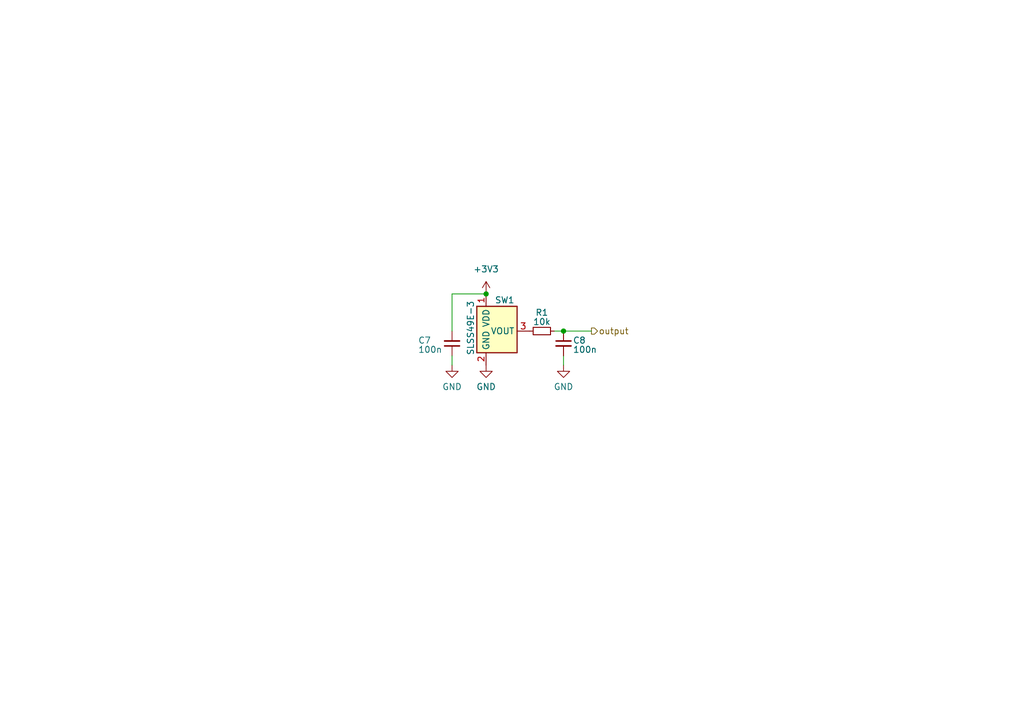
<source format=kicad_sch>
(kicad_sch (version 20231120) (generator "eeschema") (generator_version "8.0")
  (paper "A5")
  (title_block (title "MoonBoard"))
  (lib_symbols
    (symbol "Device:C_Small" (pin_numbers hide) (pin_names (offset 0.254) hide)
      (property "Reference" "C" (at 0.254 1.778 0))
      (property "Value" "C_Small" (at 0.254 -2.032 0))
      (symbol "C_Small_0_1"
        (polyline (pts (xy -1.524 -0.508) (xy 1.524 -0.508)) (stroke (width 0.3302)))
        (polyline (pts (xy -1.524 0.508) (xy 1.524 0.508)) (stroke (width 0.3048)))
      )
      (symbol "C_Small_1_1"
        (pin passive line (at 0 2.54 270) (length 2.032) (name "~") (number "1"))
        (pin passive line (at 0 -2.54 90) (length 2.032) (name "~") (number "2"))
      )
    )
    (symbol "Device:R_Small" (pin_numbers hide) (pin_names (offset 0.254) hide)
      (property "Reference" "R" (at 0.762 0.508 0))
      (property "Value" "R_Small" (at 0.762 -1.016 0))
      (symbol "R_Small_0_1"
        (rectangle (start -0.762 1.778) (end 0.762 -1.778) (stroke (width 0.2032)))
      )
      (symbol "R_Small_1_1"
        (pin passive line (at 0 2.54 270) (length 0.762) (name "~") (number "1"))
        (pin passive line (at 0 -2.54 90) (length 0.762) (name "~") (number "2"))
      )
    )
    (symbol "MoonBoard:SLSS49E-3_with_switch"
      (property "Reference" "HALL" (at 0.635 6.35 0))
      (property "Value" "SLSS49E-3" (at -5.08 0.635 90))
      (symbol "SLSS49E-3_with_switch_0_1"
        (rectangle (start -3.81 5.08) (end 4.445 -4.445) (stroke (width 0.254)) (fill (type background)))
      )
      (symbol "SLSS49E-3_with_switch_1_1"
        (pin power_in line (at -1.905 7.62 270) (length 2.54) (name "VDD") (number "1"))
        (pin power_in line (at -1.905 -6.985 90) (length 2.54) (name "GND") (number "2"))
        (pin output line (at 6.985 0 180) (length 2.54) (name "VOUT") (number "3"))
      )
    )
    (symbol "power:+3V3" (power) (pin_names (offset 0))
      (property "Value" "+3V3" (at 0 3.556 0))
      (symbol "+3V3_0_1"
        (polyline (pts (xy -0.762 1.27) (xy 0 2.54)))
        (polyline (pts (xy 0 0) (xy 0 2.54)))
        (polyline (pts (xy 0 2.54) (xy 0.762 1.27)))
      )
      (symbol "+3V3_1_1"
        (pin power_in line (at 0 0 90) (length 0) hide (name "+3V3") (number "1"))
      )
    )
    (symbol "power:GND" (power) (pin_names (offset 0))
      (property "Value" "GND" (at 0 -3.81 0))
      (symbol "GND_0_1"
        (polyline (pts (xy 0 0) (xy 0 -1.27) (xy 1.27 -1.27) (xy 0 -2.54) (xy -1.27 -1.27) (xy 0 -1.27)))
      )
      (symbol "GND_1_1"
        (pin power_in line (at 0 0 270) (length 0) hide (name "GND") (number "1"))
      )
    )
  )
  (junction (at 99.695 60.325))
  (junction (at 115.57 67.945))
  (wire (pts (xy 92.71 73.025) (xy 92.71 74.93)))
  (wire (pts (xy 113.665 67.945) (xy 115.57 67.945)))
  (wire (pts (xy 92.71 67.945) (xy 92.71 60.325)))
  (wire (pts (xy 115.57 67.945) (xy 121.285 67.945)))
  (wire (pts (xy 92.71 60.325) (xy 99.695 60.325)))
  (wire (pts (xy 115.57 73.025) (xy 115.57 74.93)))
  (hierarchical_label "output" (shape output) (at 121.285 67.945 0))
  (symbol (lib_id "power:GND") (at 99.695 74.93 0) (unit 1)
    (property "Reference" "#PWR017" (effects (hide yes)))
    (property "Value" "GND" (at 99.695 79.375 0))
    (instances (project "Erebus" (path "" (reference "#PWR017") (unit 1)) (path "" (reference "#PWR021") (unit 1)) (path "" (reference "#PWR025") (unit 1)) (path "" (reference "#PWR029") (unit 1)) (path "" (reference "#PWR033") (unit 1)) (path "" (reference "#PWR037") (unit 1)) (path "" (reference "#PWR041") (unit 1)) (path "" (reference "#PWR045") (unit 1)) (path "" (reference "#PWR049") (unit 1)) (path "" (reference "#PWR053") (unit 1)) (path "" (reference "#PWR057") (unit 1)) (path "" (reference "#PWR061") (unit 1)) (path "" (reference "#PWR065") (unit 1)) (path "" (reference "#PWR069") (unit 1)) (path "" (reference "#PWR073") (unit 1)) (path "" (reference "#PWR077") (unit 1)) (path "" (reference "#PWR081") (unit 1)) (path "" (reference "#PWR085") (unit 1)) (path "" (reference "#PWR089") (unit 1)) (path "" (reference "#PWR093") (unit 1)) (path "" (reference "#PWR097") (unit 1)) (path "" (reference "#PWR0101") (unit 1)) (path "" (reference "#PWR0105") (unit 1)) (path "" (reference "#PWR0109") (unit 1)) (path "" (reference "#PWR0113") (unit 1)) (path "" (reference "#PWR0117") (unit 1)) (path "" (reference "#PWR0121") (unit 1)) (path "" (reference "#PWR0125") (unit 1)) (path "" (reference "#PWR0129") (unit 1)) (path "" (reference "#PWR0133") (unit 1)) (path "" (reference "#PWR0137") (unit 1)) (path "" (reference "#PWR0141") (unit 1)) (path "" (reference "#PWR0145") (unit 1)) (path "" (reference "#PWR0149") (unit 1)) (path "" (reference "#PWR0153") (unit 1)) (path "" (reference "#PWR0157") (unit 1)) (path "" (reference "#PWR0161") (unit 1)) (path "" (reference "#PWR0165") (unit 1)) (path "" (reference "#PWR0169") (unit 1)) (path "" (reference "#PWR0173") (unit 1)) (path "" (reference "#PWR0177") (unit 1)) (path "" (reference "#PWR0181") (unit 1)) (path "" (reference "#PWR0185") (unit 1)) (path "" (reference "#PWR0189") (unit 1)) (path "" (reference "#PWR0193") (unit 1)) (path "" (reference "#PWR0197") (unit 1)) (path "" (reference "#PWR0201") (unit 1)) (path "" (reference "#PWR0205") (unit 1)) (path "" (reference "#PWR0209") (unit 1)) (path "" (reference "#PWR0213") (unit 1)) (path "" (reference "#PWR0217") (unit 1)) (path "" (reference "#PWR0221") (unit 1)) (path "" (reference "#PWR0225") (unit 1)) (path "" (reference "#PWR0229") (unit 1)) (path "" (reference "#PWR0233") (unit 1)) (path "" (reference "#PWR0237") (unit 1)) (path "" (reference "#PWR0241") (unit 1)) (path "" (reference "#PWR0245") (unit 1)) (path "" (reference "#PWR0249") (unit 1)) (path "" (reference "#PWR0253") (unit 1)) (path "" (reference "#PWR0257") (unit 1)) (path "" (reference "#PWR0261") (unit 1)) (path "" (reference "#PWR0265") (unit 1)) (path "" (reference "#PWR0269") (unit 1)) (path "" (reference "#PWR0273") (unit 1)) (path "" (reference "#PWR0277") (unit 1)) (path "" (reference "#PWR0281") (unit 1)) (path "" (reference "#PWR0285") (unit 1)) (path "" (reference "#PWR0289") (unit 1)) (path "" (reference "#PWR0293") (unit 1)) (path "" (reference "#PWR0297") (unit 1)) (path "" (reference "#PWR0301") (unit 1)) (path "" (reference "#PWR0305") (unit 1)) (path "" (reference "#PWR0309") (unit 1)) (path "" (reference "#PWR0313") (unit 1)) (path "" (reference "#PWR0317") (unit 1)) (path "" (reference "#PWR0321") (unit 1)) (path "" (reference "#PWR0325") (unit 1)) (path "" (reference "#PWR0329") (unit 1)) (path "" (reference "#PWR0333") (unit 1)) (path "" (reference "#PWR0337") (unit 1))))
  )
  (symbol (lib_id "power:GND") (at 92.71 74.93 0) (unit 1)
    (property "Reference" "#PWR016" (effects (hide yes)))
    (property "Value" "GND" (at 92.71 79.375 0))
    (instances (project "Erebus" (path "" (reference "#PWR016") (unit 1)) (path "" (reference "#PWR020") (unit 1)) (path "" (reference "#PWR024") (unit 1)) (path "" (reference "#PWR028") (unit 1)) (path "" (reference "#PWR032") (unit 1)) (path "" (reference "#PWR036") (unit 1)) (path "" (reference "#PWR040") (unit 1)) (path "" (reference "#PWR044") (unit 1)) (path "" (reference "#PWR048") (unit 1)) (path "" (reference "#PWR052") (unit 1)) (path "" (reference "#PWR056") (unit 1)) (path "" (reference "#PWR060") (unit 1)) (path "" (reference "#PWR064") (unit 1)) (path "" (reference "#PWR068") (unit 1)) (path "" (reference "#PWR072") (unit 1)) (path "" (reference "#PWR076") (unit 1)) (path "" (reference "#PWR080") (unit 1)) (path "" (reference "#PWR084") (unit 1)) (path "" (reference "#PWR088") (unit 1)) (path "" (reference "#PWR092") (unit 1)) (path "" (reference "#PWR096") (unit 1)) (path "" (reference "#PWR0100") (unit 1)) (path "" (reference "#PWR0104") (unit 1)) (path "" (reference "#PWR0108") (unit 1)) (path "" (reference "#PWR0112") (unit 1)) (path "" (reference "#PWR0116") (unit 1)) (path "" (reference "#PWR0120") (unit 1)) (path "" (reference "#PWR0124") (unit 1)) (path "" (reference "#PWR0128") (unit 1)) (path "" (reference "#PWR0132") (unit 1)) (path "" (reference "#PWR0136") (unit 1)) (path "" (reference "#PWR0140") (unit 1)) (path "" (reference "#PWR0144") (unit 1)) (path "" (reference "#PWR0148") (unit 1)) (path "" (reference "#PWR0152") (unit 1)) (path "" (reference "#PWR0156") (unit 1)) (path "" (reference "#PWR0160") (unit 1)) (path "" (reference "#PWR0164") (unit 1)) (path "" (reference "#PWR0168") (unit 1)) (path "" (reference "#PWR0172") (unit 1)) (path "" (reference "#PWR0176") (unit 1)) (path "" (reference "#PWR0180") (unit 1)) (path "" (reference "#PWR0184") (unit 1)) (path "" (reference "#PWR0188") (unit 1)) (path "" (reference "#PWR0192") (unit 1)) (path "" (reference "#PWR0196") (unit 1)) (path "" (reference "#PWR0200") (unit 1)) (path "" (reference "#PWR0204") (unit 1)) (path "" (reference "#PWR0208") (unit 1)) (path "" (reference "#PWR0212") (unit 1)) (path "" (reference "#PWR0216") (unit 1)) (path "" (reference "#PWR0220") (unit 1)) (path "" (reference "#PWR0224") (unit 1)) (path "" (reference "#PWR0228") (unit 1)) (path "" (reference "#PWR0232") (unit 1)) (path "" (reference "#PWR0236") (unit 1)) (path "" (reference "#PWR0240") (unit 1)) (path "" (reference "#PWR0244") (unit 1)) (path "" (reference "#PWR0248") (unit 1)) (path "" (reference "#PWR0252") (unit 1)) (path "" (reference "#PWR0256") (unit 1)) (path "" (reference "#PWR0260") (unit 1)) (path "" (reference "#PWR0264") (unit 1)) (path "" (reference "#PWR0268") (unit 1)) (path "" (reference "#PWR0272") (unit 1)) (path "" (reference "#PWR0276") (unit 1)) (path "" (reference "#PWR0280") (unit 1)) (path "" (reference "#PWR0284") (unit 1)) (path "" (reference "#PWR0288") (unit 1)) (path "" (reference "#PWR0292") (unit 1)) (path "" (reference "#PWR0296") (unit 1)) (path "" (reference "#PWR0300") (unit 1)) (path "" (reference "#PWR0304") (unit 1)) (path "" (reference "#PWR0308") (unit 1)) (path "" (reference "#PWR0312") (unit 1)) (path "" (reference "#PWR0316") (unit 1)) (path "" (reference "#PWR0320") (unit 1)) (path "" (reference "#PWR0324") (unit 1)) (path "" (reference "#PWR0328") (unit 1)) (path "" (reference "#PWR0332") (unit 1)) (path "" (reference "#PWR0336") (unit 1))))
  )
  (symbol (lib_id "power:+3V3") (at 99.695 60.325 0) (unit 1)
    (property "Reference" "#PWR015" (effects (hide yes)))
    (property "Value" "+3V3" (at 99.695 55.245 0))
    (instances (project "Erebus" (path "" (reference "#PWR015") (unit 1)) (path "" (reference "#PWR019") (unit 1)) (path "" (reference "#PWR023") (unit 1)) (path "" (reference "#PWR027") (unit 1)) (path "" (reference "#PWR031") (unit 1)) (path "" (reference "#PWR035") (unit 1)) (path "" (reference "#PWR039") (unit 1)) (path "" (reference "#PWR043") (unit 1)) (path "" (reference "#PWR047") (unit 1)) (path "" (reference "#PWR051") (unit 1)) (path "" (reference "#PWR055") (unit 1)) (path "" (reference "#PWR059") (unit 1)) (path "" (reference "#PWR063") (unit 1)) (path "" (reference "#PWR067") (unit 1)) (path "" (reference "#PWR071") (unit 1)) (path "" (reference "#PWR075") (unit 1)) (path "" (reference "#PWR079") (unit 1)) (path "" (reference "#PWR083") (unit 1)) (path "" (reference "#PWR087") (unit 1)) (path "" (reference "#PWR091") (unit 1)) (path "" (reference "#PWR095") (unit 1)) (path "" (reference "#PWR099") (unit 1)) (path "" (reference "#PWR0103") (unit 1)) (path "" (reference "#PWR0107") (unit 1)) (path "" (reference "#PWR0111") (unit 1)) (path "" (reference "#PWR0115") (unit 1)) (path "" (reference "#PWR0119") (unit 1)) (path "" (reference "#PWR0123") (unit 1)) (path "" (reference "#PWR0127") (unit 1)) (path "" (reference "#PWR0131") (unit 1)) (path "" (reference "#PWR0135") (unit 1)) (path "" (reference "#PWR0139") (unit 1)) (path "" (reference "#PWR0143") (unit 1)) (path "" (reference "#PWR0147") (unit 1)) (path "" (reference "#PWR0151") (unit 1)) (path "" (reference "#PWR0155") (unit 1)) (path "" (reference "#PWR0159") (unit 1)) (path "" (reference "#PWR0163") (unit 1)) (path "" (reference "#PWR0167") (unit 1)) (path "" (reference "#PWR0171") (unit 1)) (path "" (reference "#PWR0175") (unit 1)) (path "" (reference "#PWR0179") (unit 1)) (path "" (reference "#PWR0183") (unit 1)) (path "" (reference "#PWR0187") (unit 1)) (path "" (reference "#PWR0191") (unit 1)) (path "" (reference "#PWR0195") (unit 1)) (path "" (reference "#PWR0199") (unit 1)) (path "" (reference "#PWR0203") (unit 1)) (path "" (reference "#PWR0207") (unit 1)) (path "" (reference "#PWR0211") (unit 1)) (path "" (reference "#PWR0215") (unit 1)) (path "" (reference "#PWR0219") (unit 1)) (path "" (reference "#PWR0223") (unit 1)) (path "" (reference "#PWR0227") (unit 1)) (path "" (reference "#PWR0231") (unit 1)) (path "" (reference "#PWR0235") (unit 1)) (path "" (reference "#PWR0239") (unit 1)) (path "" (reference "#PWR0243") (unit 1)) (path "" (reference "#PWR0247") (unit 1)) (path "" (reference "#PWR0251") (unit 1)) (path "" (reference "#PWR0255") (unit 1)) (path "" (reference "#PWR0259") (unit 1)) (path "" (reference "#PWR0263") (unit 1)) (path "" (reference "#PWR0267") (unit 1)) (path "" (reference "#PWR0271") (unit 1)) (path "" (reference "#PWR0275") (unit 1)) (path "" (reference "#PWR0279") (unit 1)) (path "" (reference "#PWR0283") (unit 1)) (path "" (reference "#PWR0287") (unit 1)) (path "" (reference "#PWR0291") (unit 1)) (path "" (reference "#PWR0295") (unit 1)) (path "" (reference "#PWR0299") (unit 1)) (path "" (reference "#PWR0303") (unit 1)) (path "" (reference "#PWR0307") (unit 1)) (path "" (reference "#PWR0311") (unit 1)) (path "" (reference "#PWR0315") (unit 1)) (path "" (reference "#PWR0319") (unit 1)) (path "" (reference "#PWR0323") (unit 1)) (path "" (reference "#PWR0327") (unit 1)) (path "" (reference "#PWR0331") (unit 1)) (path "" (reference "#PWR0335") (unit 1))))
  )
  (symbol (lib_id "Device:C_Small") (at 115.57 70.485 0) (unit 1)
    (property "Reference" "C8" (at 117.475 69.85 0) (effects (justify left)))
    (property "Value" "100n" (at 117.475 71.755 0) (effects (justify left)))
    (property "Footprint" "Capacitor_SMD:C_0402_1005Metric" (effects (hide yes)))
    (instances (project "Erebus" (path "" (reference "C8") (unit 1)) (path "" (reference "C10") (unit 1)) (path "" (reference "C12") (unit 1)) (path "" (reference "C14") (unit 1)) (path "" (reference "C16") (unit 1)) (path "" (reference "C18") (unit 1)) (path "" (reference "C20") (unit 1)) (path "" (reference "C22") (unit 1)) (path "" (reference "C24") (unit 1)) (path "" (reference "C26") (unit 1)) (path "" (reference "C28") (unit 1)) (path "" (reference "C30") (unit 1)) (path "" (reference "C32") (unit 1)) (path "" (reference "C34") (unit 1)) (path "" (reference "C36") (unit 1)) (path "" (reference "C38") (unit 1)) (path "" (reference "C40") (unit 1)) (path "" (reference "C42") (unit 1)) (path "" (reference "C44") (unit 1)) (path "" (reference "C46") (unit 1)) (path "" (reference "C48") (unit 1)) (path "" (reference "C50") (unit 1)) (path "" (reference "C52") (unit 1)) (path "" (reference "C54") (unit 1)) (path "" (reference "C56") (unit 1)) (path "" (reference "C58") (unit 1)) (path "" (reference "C60") (unit 1)) (path "" (reference "C62") (unit 1)) (path "" (reference "C64") (unit 1)) (path "" (reference "C66") (unit 1)) (path "" (reference "C68") (unit 1)) (path "" (reference "C70") (unit 1)) (path "" (reference "C72") (unit 1)) (path "" (reference "C74") (unit 1)) (path "" (reference "C76") (unit 1)) (path "" (reference "C78") (unit 1)) (path "" (reference "C80") (unit 1)) (path "" (reference "C82") (unit 1)) (path "" (reference "C84") (unit 1)) (path "" (reference "C86") (unit 1)) (path "" (reference "C88") (unit 1)) (path "" (reference "C90") (unit 1)) (path "" (reference "C92") (unit 1)) (path "" (reference "C94") (unit 1)) (path "" (reference "C96") (unit 1)) (path "" (reference "C98") (unit 1)) (path "" (reference "C100") (unit 1)) (path "" (reference "C102") (unit 1)) (path "" (reference "C104") (unit 1)) (path "" (reference "C106") (unit 1)) (path "" (reference "C108") (unit 1)) (path "" (reference "C110") (unit 1)) (path "" (reference "C112") (unit 1)) (path "" (reference "C114") (unit 1)) (path "" (reference "C116") (unit 1)) (path "" (reference "C118") (unit 1)) (path "" (reference "C120") (unit 1)) (path "" (reference "C122") (unit 1)) (path "" (reference "C150") (unit 1)) (path "" (reference "C152") (unit 1)) (path "" (reference "C154") (unit 1)) (path "" (reference "C156") (unit 1)) (path "" (reference "C158") (unit 1)) (path "" (reference "C160") (unit 1)) (path "" (reference "C162") (unit 1)) (path "" (reference "C164") (unit 1)) (path "" (reference "C166") (unit 1)) (path "" (reference "C124") (unit 1)) (path "" (reference "C126") (unit 1)) (path "" (reference "C128") (unit 1)) (path "" (reference "C130") (unit 1)) (path "" (reference "C132") (unit 1)) (path "" (reference "C134") (unit 1)) (path "" (reference "C136") (unit 1)) (path "" (reference "C138") (unit 1)) (path "" (reference "C140") (unit 1)) (path "" (reference "C142") (unit 1)) (path "" (reference "C144") (unit 1)) (path "" (reference "C146") (unit 1)) (path "" (reference "C148") (unit 1)) (path "" (reference "C168") (unit 1))))
  )
  (symbol (lib_id "Device:R_Small") (at 111.125 67.945 270) (unit 1)
    (property "Reference" "R1" (at 111.125 64.135 90))
    (property "Value" "10k" (at 111.125 66.04 90))
    (property "Footprint" "Resistor_SMD:R_0402_1005Metric" (effects (hide yes)))
    (instances (project "Erebus" (path "" (reference "R1") (unit 1)) (path "" (reference "R2") (unit 1)) (path "" (reference "R3") (unit 1)) (path "" (reference "R4") (unit 1)) (path "" (reference "R5") (unit 1)) (path "" (reference "R6") (unit 1)) (path "" (reference "R7") (unit 1)) (path "" (reference "R8") (unit 1)) (path "" (reference "R9") (unit 1)) (path "" (reference "R10") (unit 1)) (path "" (reference "R11") (unit 1)) (path "" (reference "R12") (unit 1)) (path "" (reference "R13") (unit 1)) (path "" (reference "R14") (unit 1)) (path "" (reference "R15") (unit 1)) (path "" (reference "R16") (unit 1)) (path "" (reference "R17") (unit 1)) (path "" (reference "R18") (unit 1)) (path "" (reference "R19") (unit 1)) (path "" (reference "R20") (unit 1)) (path "" (reference "R21") (unit 1)) (path "" (reference "R22") (unit 1)) (path "" (reference "R23") (unit 1)) (path "" (reference "R24") (unit 1)) (path "" (reference "R25") (unit 1)) (path "" (reference "R26") (unit 1)) (path "" (reference "R27") (unit 1)) (path "" (reference "R28") (unit 1)) (path "" (reference "R29") (unit 1)) (path "" (reference "R30") (unit 1)) (path "" (reference "R31") (unit 1)) (path "" (reference "R32") (unit 1)) (path "" (reference "R33") (unit 1)) (path "" (reference "R34") (unit 1)) (path "" (reference "R35") (unit 1)) (path "" (reference "R36") (unit 1)) (path "" (reference "R37") (unit 1)) (path "" (reference "R38") (unit 1)) (path "" (reference "R39") (unit 1)) (path "" (reference "R40") (unit 1)) (path "" (reference "R41") (unit 1)) (path "" (reference "R42") (unit 1)) (path "" (reference "R43") (unit 1)) (path "" (reference "R44") (unit 1)) (path "" (reference "R45") (unit 1)) (path "" (reference "R46") (unit 1)) (path "" (reference "R47") (unit 1)) (path "" (reference "R48") (unit 1)) (path "" (reference "R49") (unit 1)) (path "" (reference "R50") (unit 1)) (path "" (reference "R51") (unit 1)) (path "" (reference "R52") (unit 1)) (path "" (reference "R53") (unit 1)) (path "" (reference "R54") (unit 1)) (path "" (reference "R55") (unit 1)) (path "" (reference "R56") (unit 1)) (path "" (reference "R57") (unit 1)) (path "" (reference "R58") (unit 1)) (path "" (reference "R72") (unit 1)) (path "" (reference "R73") (unit 1)) (path "" (reference "R74") (unit 1)) (path "" (reference "R75") (unit 1)) (path "" (reference "R76") (unit 1)) (path "" (reference "R77") (unit 1)) (path "" (reference "R78") (unit 1)) (path "" (reference "R79") (unit 1)) (path "" (reference "R80") (unit 1)) (path "" (reference "R59") (unit 1)) (path "" (reference "R60") (unit 1)) (path "" (reference "R61") (unit 1)) (path "" (reference "R62") (unit 1)) (path "" (reference "R63") (unit 1)) (path "" (reference "R64") (unit 1)) (path "" (reference "R65") (unit 1)) (path "" (reference "R66") (unit 1)) (path "" (reference "R67") (unit 1)) (path "" (reference "R68") (unit 1)) (path "" (reference "R69") (unit 1)) (path "" (reference "R70") (unit 1)) (path "" (reference "R71") (unit 1)) (path "" (reference "R81") (unit 1))))
  )
  (symbol (lib_id "MoonBoard:SLSS49E-3_with_switch") (at 101.6 67.945 0) (unit 1)
    (property "Reference" "SW1" (at 103.505 61.595 0))
    (property "Value" "SLSS49E-3" (at 96.52 67.31 90))
    (property "Footprint" "Erebus:SLSS49E-3 with MX holes" (effects (hide yes)))
    (instances (project "Erebus" (path "" (reference "SW1") (unit 1)) (path "" (reference "SW2") (unit 1)) (path "" (reference "SW3") (unit 1)) (path "" (reference "SW4") (unit 1)) (path "" (reference "SW5") (unit 1)) (path "" (reference "SW6") (unit 1)) (path "" (reference "SW7") (unit 1)) (path "" (reference "SW8") (unit 1)) (path "" (reference "SW9") (unit 1)) (path "" (reference "SW10") (unit 1)) (path "" (reference "SW11") (unit 1)) (path "" (reference "SW12") (unit 1)) (path "" (reference "SW13") (unit 1)) (path "" (reference "SW15") (unit 1)) (path "" (reference "SW14") (unit 1)) (path "" (reference "SW16") (unit 1)) (path "" (reference "SW17") (unit 1)) (path "" (reference "SW18") (unit 1)) (path "" (reference "SW19") (unit 1)) (path "" (reference "SW20") (unit 1)) (path "" (reference "SW21") (unit 1)) (path "" (reference "SW22") (unit 1)) (path "" (reference "SW23") (unit 1)) (path "" (reference "SW24") (unit 1)) (path "" (reference "SW25") (unit 1)) (path "" (reference "SW26") (unit 1)) (path "" (reference "SW27") (unit 1)) (path "" (reference "SW28") (unit 1)) (path "" (reference "SW29") (unit 1)) (path "" (reference "SW30") (unit 1)) (path "" (reference "SW31") (unit 1)) (path "" (reference "SW32") (unit 1)) (path "" (reference "SW33") (unit 1)) (path "" (reference "SW34") (unit 1)) (path "" (reference "SW35") (unit 1)) (path "" (reference "SW36") (unit 1)) (path "" (reference "SW37") (unit 1)) (path "" (reference "SW38") (unit 1)) (path "" (reference "SW39") (unit 1)) (path "" (reference "SW40") (unit 1)) (path "" (reference "SW41") (unit 1)) (path "" (reference "SW42") (unit 1)) (path "" (reference "SW43") (unit 1)) (path "" (reference "SW44") (unit 1)) (path "" (reference "SW45") (unit 1)) (path "" (reference "SW46") (unit 1)) (path "" (reference "SW47") (unit 1)) (path "" (reference "SW48") (unit 1)) (path "" (reference "SW49") (unit 1)) (path "" (reference "SW50") (unit 1)) (path "" (reference "SW51") (unit 1)) (path "" (reference "SW52") (unit 1)) (path "" (reference "SW53") (unit 1)) (path "" (reference "SW54") (unit 1)) (path "" (reference "SW55") (unit 1)) (path "" (reference "SW56") (unit 1)) (path "" (reference "SW57") (unit 1)) (path "" (reference "SW58") (unit 1)) (path "" (reference "SW73") (unit 1)) (path "" (reference "SW74") (unit 1)) (path "" (reference "SW75") (unit 1)) (path "" (reference "SW76") (unit 1)) (path "" (reference "SW77") (unit 1)) (path "" (reference "SW78") (unit 1)) (path "" (reference "SW79") (unit 1)) (path "" (reference "SW80") (unit 1)) (path "" (reference "SW81") (unit 1)) (path "" (reference "SW59") (unit 1)) (path "" (reference "SW60") (unit 1)) (path "" (reference "SW61") (unit 1)) (path "" (reference "SW62") (unit 1)) (path "" (reference "SW63") (unit 1)) (path "" (reference "SW64") (unit 1)) (path "" (reference "SW66") (unit 1)) (path "" (reference "SW67") (unit 1)) (path "" (reference "SW68") (unit 1)) (path "" (reference "SW69") (unit 1)) (path "" (reference "SW70") (unit 1)) (path "" (reference "SW71") (unit 1)) (path "" (reference "SW72") (unit 1)) (path "" (reference "SW65") (unit 1))))
  )
  (symbol (lib_id "power:GND") (at 115.57 74.93 0) (unit 1)
    (property "Reference" "#PWR018" (effects (hide yes)))
    (property "Value" "GND" (at 115.57 79.375 0))
    (instances (project "Erebus" (path "" (reference "#PWR018") (unit 1)) (path "" (reference "#PWR022") (unit 1)) (path "" (reference "#PWR026") (unit 1)) (path "" (reference "#PWR030") (unit 1)) (path "" (reference "#PWR034") (unit 1)) (path "" (reference "#PWR038") (unit 1)) (path "" (reference "#PWR042") (unit 1)) (path "" (reference "#PWR046") (unit 1)) (path "" (reference "#PWR050") (unit 1)) (path "" (reference "#PWR054") (unit 1)) (path "" (reference "#PWR058") (unit 1)) (path "" (reference "#PWR062") (unit 1)) (path "" (reference "#PWR066") (unit 1)) (path "" (reference "#PWR070") (unit 1)) (path "" (reference "#PWR074") (unit 1)) (path "" (reference "#PWR078") (unit 1)) (path "" (reference "#PWR082") (unit 1)) (path "" (reference "#PWR086") (unit 1)) (path "" (reference "#PWR090") (unit 1)) (path "" (reference "#PWR094") (unit 1)) (path "" (reference "#PWR098") (unit 1)) (path "" (reference "#PWR0102") (unit 1)) (path "" (reference "#PWR0106") (unit 1)) (path "" (reference "#PWR0110") (unit 1)) (path "" (reference "#PWR0114") (unit 1)) (path "" (reference "#PWR0118") (unit 1)) (path "" (reference "#PWR0122") (unit 1)) (path "" (reference "#PWR0126") (unit 1)) (path "" (reference "#PWR0130") (unit 1)) (path "" (reference "#PWR0134") (unit 1)) (path "" (reference "#PWR0138") (unit 1)) (path "" (reference "#PWR0142") (unit 1)) (path "" (reference "#PWR0146") (unit 1)) (path "" (reference "#PWR0150") (unit 1)) (path "" (reference "#PWR0154") (unit 1)) (path "" (reference "#PWR0158") (unit 1)) (path "" (reference "#PWR0162") (unit 1)) (path "" (reference "#PWR0166") (unit 1)) (path "" (reference "#PWR0170") (unit 1)) (path "" (reference "#PWR0174") (unit 1)) (path "" (reference "#PWR0178") (unit 1)) (path "" (reference "#PWR0182") (unit 1)) (path "" (reference "#PWR0186") (unit 1)) (path "" (reference "#PWR0190") (unit 1)) (path "" (reference "#PWR0194") (unit 1)) (path "" (reference "#PWR0198") (unit 1)) (path "" (reference "#PWR0202") (unit 1)) (path "" (reference "#PWR0206") (unit 1)) (path "" (reference "#PWR0210") (unit 1)) (path "" (reference "#PWR0214") (unit 1)) (path "" (reference "#PWR0218") (unit 1)) (path "" (reference "#PWR0222") (unit 1)) (path "" (reference "#PWR0226") (unit 1)) (path "" (reference "#PWR0230") (unit 1)) (path "" (reference "#PWR0234") (unit 1)) (path "" (reference "#PWR0238") (unit 1)) (path "" (reference "#PWR0242") (unit 1)) (path "" (reference "#PWR0246") (unit 1)) (path "" (reference "#PWR0250") (unit 1)) (path "" (reference "#PWR0254") (unit 1)) (path "" (reference "#PWR0258") (unit 1)) (path "" (reference "#PWR0262") (unit 1)) (path "" (reference "#PWR0266") (unit 1)) (path "" (reference "#PWR0270") (unit 1)) (path "" (reference "#PWR0274") (unit 1)) (path "" (reference "#PWR0278") (unit 1)) (path "" (reference "#PWR0282") (unit 1)) (path "" (reference "#PWR0286") (unit 1)) (path "" (reference "#PWR0290") (unit 1)) (path "" (reference "#PWR0294") (unit 1)) (path "" (reference "#PWR0298") (unit 1)) (path "" (reference "#PWR0302") (unit 1)) (path "" (reference "#PWR0306") (unit 1)) (path "" (reference "#PWR0310") (unit 1)) (path "" (reference "#PWR0314") (unit 1)) (path "" (reference "#PWR0318") (unit 1)) (path "" (reference "#PWR0322") (unit 1)) (path "" (reference "#PWR0326") (unit 1)) (path "" (reference "#PWR0330") (unit 1)) (path "" (reference "#PWR0334") (unit 1)) (path "" (reference "#PWR0338") (unit 1))))
  )
  (symbol (lib_id "Device:C_Small") (at 92.71 70.485 180) (unit 1)
    (property "Reference" "C7" (at 85.725 69.85 0) (effects (justify right)))
    (property "Value" "100n" (at 85.725 71.755 0) (effects (justify right)))
    (property "Footprint" "Capacitor_SMD:C_0402_1005Metric" (effects (hide yes)))
    (instances (project "Erebus" (path "" (reference "C7") (unit 1)) (path "" (reference "C9") (unit 1)) (path "" (reference "C11") (unit 1)) (path "" (reference "C13") (unit 1)) (path "" (reference "C15") (unit 1)) (path "" (reference "C17") (unit 1)) (path "" (reference "C19") (unit 1)) (path "" (reference "C21") (unit 1)) (path "" (reference "C23") (unit 1)) (path "" (reference "C25") (unit 1)) (path "" (reference "C27") (unit 1)) (path "" (reference "C29") (unit 1)) (path "" (reference "C31") (unit 1)) (path "" (reference "C33") (unit 1)) (path "" (reference "C35") (unit 1)) (path "" (reference "C37") (unit 1)) (path "" (reference "C39") (unit 1)) (path "" (reference "C41") (unit 1)) (path "" (reference "C43") (unit 1)) (path "" (reference "C45") (unit 1)) (path "" (reference "C47") (unit 1)) (path "" (reference "C49") (unit 1)) (path "" (reference "C51") (unit 1)) (path "" (reference "C53") (unit 1)) (path "" (reference "C55") (unit 1)) (path "" (reference "C57") (unit 1)) (path "" (reference "C59") (unit 1)) (path "" (reference "C61") (unit 1)) (path "" (reference "C63") (unit 1)) (path "" (reference "C65") (unit 1)) (path "" (reference "C67") (unit 1)) (path "" (reference "C69") (unit 1)) (path "" (reference "C71") (unit 1)) (path "" (reference "C73") (unit 1)) (path "" (reference "C75") (unit 1)) (path "" (reference "C77") (unit 1)) (path "" (reference "C79") (unit 1)) (path "" (reference "C81") (unit 1)) (path "" (reference "C83") (unit 1)) (path "" (reference "C85") (unit 1)) (path "" (reference "C87") (unit 1)) (path "" (reference "C89") (unit 1)) (path "" (reference "C91") (unit 1)) (path "" (reference "C93") (unit 1)) (path "" (reference "C95") (unit 1)) (path "" (reference "C97") (unit 1)) (path "" (reference "C99") (unit 1)) (path "" (reference "C101") (unit 1)) (path "" (reference "C103") (unit 1)) (path "" (reference "C105") (unit 1)) (path "" (reference "C107") (unit 1)) (path "" (reference "C109") (unit 1)) (path "" (reference "C111") (unit 1)) (path "" (reference "C113") (unit 1)) (path "" (reference "C115") (unit 1)) (path "" (reference "C117") (unit 1)) (path "" (reference "C119") (unit 1)) (path "" (reference "C121") (unit 1)) (path "" (reference "C149") (unit 1)) (path "" (reference "C151") (unit 1)) (path "" (reference "C153") (unit 1)) (path "" (reference "C155") (unit 1)) (path "" (reference "C157") (unit 1)) (path "" (reference "C159") (unit 1)) (path "" (reference "C161") (unit 1)) (path "" (reference "C163") (unit 1)) (path "" (reference "C165") (unit 1)) (path "" (reference "C123") (unit 1)) (path "" (reference "C125") (unit 1)) (path "" (reference "C127") (unit 1)) (path "" (reference "C129") (unit 1)) (path "" (reference "C131") (unit 1)) (path "" (reference "C133") (unit 1)) (path "" (reference "C135") (unit 1)) (path "" (reference "C137") (unit 1)) (path "" (reference "C139") (unit 1)) (path "" (reference "C141") (unit 1)) (path "" (reference "C143") (unit 1)) (path "" (reference "C145") (unit 1)) (path "" (reference "C147") (unit 1)) (path "" (reference "C167") (unit 1))))
  )
)
</source>
